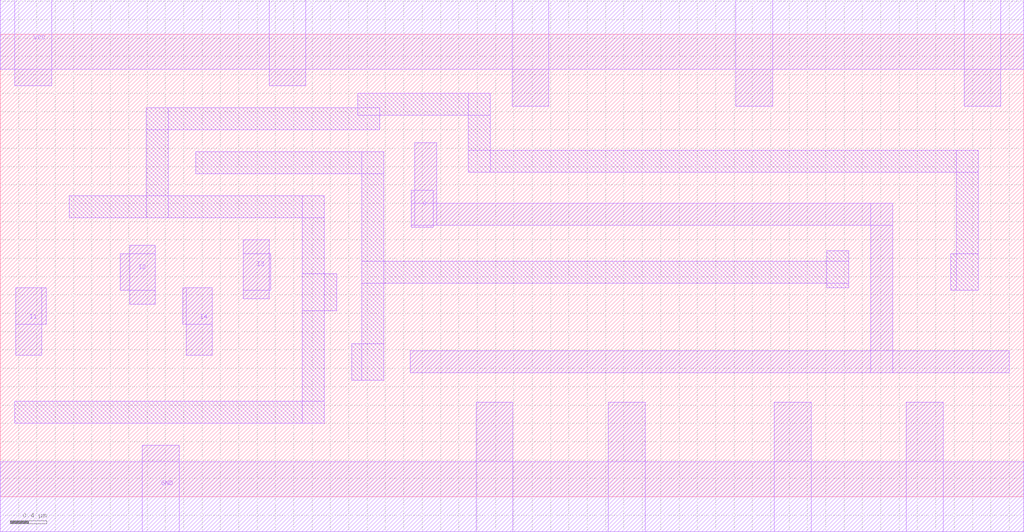
<source format=lef>
NAMESCASESENSITIVE ON ;
MACRO AN2
    CLASS CORE ;
    FOREIGN AN2 0.000 0.000 ;
    ORIGIN 0.000 0.000 ;
    SIZE 2.480 BY 5.040 ;
    SYMMETRY x y   ;
    SITE core_5040 ;
    PIN O
        DIRECTION OUTPUT ;
        PORT
        LAYER metal1 ;
        RECT  2.000 2.790 2.310 3.190 ;
        RECT  2.030 1.180 2.310 3.300 ;
        RECT  2.000 1.380 2.310 1.780 ;
        END
    END O
    PIN I2
        DIRECTION INPUT ;
        PORT
        LAYER metal1 ;
        RECT  0.790 2.250 1.110 2.650 ;
        RECT  0.790 2.100 1.070 2.740 ;
        END
    END I2
    PIN I1
        DIRECTION INPUT ;
        PORT
        LAYER metal1 ;
        RECT  0.170 1.650 0.550 2.180 ;
        END
    END I1
    PIN GND
        DIRECTION INOUT ;
        USE ground ;
        SHAPE ABUTMENT ;
        PORT
        CLASS CORE ;
        LAYER metal1 ;
        RECT  0.000 -0.380 2.480 0.380 ;
        RECT  1.340 -0.380 1.740 0.560 ;
        END
    END GND
    PIN VCC
        DIRECTION INOUT ;
        USE power ;
        SHAPE ABUTMENT ;
        PORT
        CLASS CORE ;
        LAYER metal1 ;
        RECT  1.410 4.090 1.810 5.420 ;
        RECT  0.000 4.660 2.480 5.420 ;
        RECT  0.470 4.130 0.870 5.420 ;
        END
    END VCC
    OBS
        LAYER metal1 ;
        RECT  0.470 3.410 1.760 3.650 ;
        RECT  1.520 1.080 1.760 3.650 ;
        RECT  1.520 2.250 1.790 2.650 ;
        RECT  0.160 1.080 1.760 1.320 ;
    END
END AN2

MACRO AN2B1
    CLASS CORE ;
    FOREIGN AN2B1 0.000 0.000 ;
    ORIGIN 0.000 0.000 ;
    SIZE 4.340 BY 5.040 ;
    SYMMETRY x y   ;
    SITE core_5040 ;
    PIN O
        DIRECTION OUTPUT ;
        PORT
        LAYER metal1 ;
        RECT  2.340 3.100 2.930 3.340 ;
        RECT  1.600 1.180 3.460 1.420 ;
        RECT  2.650 1.180 2.930 3.340 ;
        END
    END O
    PIN I1
        DIRECTION INPUT ;
        PORT
        LAYER metal1 ;
        RECT  0.790 2.300 1.070 2.940 ;
        RECT  0.720 2.300 1.070 2.700 ;
        END
    END I1
    PIN B1
        DIRECTION INPUT ;
        PORT
        LAYER metal1 ;
        RECT  1.670 2.480 1.950 3.920 ;
        RECT  3.690 2.370 4.170 2.770 ;
        RECT  3.890 2.300 4.170 3.920 ;
        RECT  1.670 3.640 4.170 3.920 ;
        RECT  1.490 2.480 1.950 2.880 ;
        END
    END B1
    PIN GND
        DIRECTION INOUT ;
        USE ground ;
        SHAPE ABUTMENT ;
        PORT
        CLASS CORE ;
        LAYER metal1 ;
        RECT  2.330 -0.380 2.730 0.820 ;
        RECT  3.780 -0.380 4.180 1.290 ;
        RECT  0.000 -0.380 4.340 0.380 ;
        RECT  0.880 -0.380 1.280 1.420 ;
        END
    END GND
    PIN VCC
        DIRECTION INOUT ;
        USE power ;
        SHAPE ABUTMENT ;
        PORT
        CLASS CORE ;
        LAYER metal1 ;
        RECT  3.780 4.160 4.180 5.420 ;
        RECT  0.000 4.660 4.340 5.420 ;
        RECT  0.880 3.910 1.280 5.420 ;
        END
    END VCC
    OBS
        LAYER metal1 ;
        RECT  1.620 4.160 3.460 4.400 ;
        RECT  0.190 3.670 0.480 4.070 ;
        RECT  0.190 1.100 0.430 4.070 ;
        RECT  2.170 1.810 2.410 2.210 ;
        RECT  0.190 1.810 2.410 2.050 ;
        RECT  0.190 1.100 0.480 1.500 ;
    END
END AN2B1

MACRO AN2B1P
    CLASS CORE ;
    FOREIGN AN2B1P 0.000 0.000 ;
    ORIGIN 0.000 0.000 ;
    SIZE 4.960 BY 5.040 ;
    SYMMETRY x y   ;
    SITE core_5040 ;
    PIN O
        DIRECTION OUTPUT ;
        PORT
        LAYER metal1 ;
        RECT  3.760 2.900 4.170 3.300 ;
        RECT  3.150 1.530 4.800 1.810 ;
        RECT  3.890 1.530 4.170 3.300 ;
        END
    END O
    PIN I1
        DIRECTION INPUT ;
        PORT
        LAYER metal1 ;
        RECT  1.410 2.100 1.690 2.740 ;
        RECT  1.350 2.100 1.690 2.500 ;
        END
    END I1
    PIN B1
        DIRECTION INPUT ;
        PORT
        LAYER metal1 ;
        RECT  0.790 2.660 1.070 3.300 ;
        RECT  0.670 2.660 1.070 3.060 ;
        END
    END B1
    PIN GND
        DIRECTION INOUT ;
        USE ground ;
        SHAPE ABUTMENT ;
        PORT
        CLASS CORE ;
        LAYER metal1 ;
        RECT  3.780 -0.380 4.180 1.020 ;
        RECT  0.000 -0.380 4.960 0.380 ;
        RECT  1.020 -0.380 1.420 1.130 ;
        END
    END GND
    PIN VCC
        DIRECTION INOUT ;
        USE power ;
        SHAPE ABUTMENT ;
        PORT
        CLASS CORE ;
        LAYER metal1 ;
        RECT  2.660 4.480 3.060 5.420 ;
        RECT  4.400 4.180 4.800 5.420 ;
        RECT  0.000 4.660 4.960 5.420 ;
        RECT  1.020 3.910 1.420 5.420 ;
        END
    END VCC
    OBS
        LAYER metal1 ;
        RECT  1.850 3.910 2.910 4.150 ;
        RECT  2.670 0.810 2.910 4.150 ;
        RECT  2.670 2.130 3.650 2.530 ;
        RECT  2.510 0.810 2.910 1.210 ;
        RECT  0.190 3.670 0.480 4.070 ;
        RECT  0.190 0.810 0.430 4.070 ;
        RECT  1.930 1.370 2.330 1.690 ;
        RECT  0.190 1.370 2.330 1.610 ;
        RECT  0.190 0.810 0.480 1.610 ;
    END
END AN2B1P

MACRO AN2B1S
    CLASS CORE ;
    FOREIGN AN2B1S 0.000 0.000 ;
    ORIGIN 0.000 0.000 ;
    SIZE 3.100 BY 5.040 ;
    SYMMETRY x y   ;
    SITE core_5040 ;
    PIN O
        DIRECTION OUTPUT ;
        PORT
        LAYER metal1 ;
        RECT  2.030 1.070 2.310 2.100 ;
        RECT  2.030 1.820 2.930 2.100 ;
        RECT  2.650 1.820 2.930 3.420 ;
        RECT  2.620 3.020 2.930 3.420 ;
        RECT  1.860 1.070 2.310 1.470 ;
        END
    END O
    PIN I1
        DIRECTION INPUT ;
        PORT
        LAYER metal1 ;
        RECT  0.790 1.610 1.070 2.250 ;
        RECT  0.720 1.610 1.070 2.010 ;
        END
    END I1
    PIN B1
        DIRECTION INPUT ;
        PORT
        LAYER metal1 ;
        RECT  1.410 2.320 1.700 2.720 ;
        RECT  1.410 2.300 1.690 2.940 ;
        END
    END B1
    PIN GND
        DIRECTION INOUT ;
        USE ground ;
        SHAPE ABUTMENT ;
        PORT
        CLASS CORE ;
        LAYER metal1 ;
        RECT  2.550 -0.380 2.940 1.210 ;
        RECT  0.000 -0.380 3.100 0.380 ;
        RECT  1.020 -0.380 1.420 1.230 ;
        END
    END GND
    PIN VCC
        DIRECTION INOUT ;
        USE power ;
        SHAPE ABUTMENT ;
        PORT
        CLASS CORE ;
        LAYER metal1 ;
        RECT  0.000 4.660 3.100 5.420 ;
        RECT  1.010 4.480 1.410 5.420 ;
        END
    END VCC
    OBS
        LAYER metal1 ;
        RECT  0.190 4.000 2.380 4.240 ;
        RECT  2.140 2.480 2.380 4.240 ;
        RECT  0.190 3.830 0.480 4.240 ;
        RECT  0.190 1.070 0.430 4.240 ;
        RECT  2.140 2.480 2.410 2.880 ;
        RECT  0.190 1.070 0.480 1.470 ;
    END
END AN2B1S

MACRO AN2B1T
    CLASS CORE ;
    FOREIGN AN2B1T 0.000 0.000 ;
    ORIGIN 0.000 0.000 ;
    SIZE 5.580 BY 5.040 ;
    SYMMETRY x y   ;
    SITE core_5040 ;
    PIN O
        DIRECTION OUTPUT ;
        PORT
        LAYER metal1 ;
        RECT  3.750 1.490 5.310 3.280 ;
        RECT  3.610 2.880 5.310 3.280 ;
        RECT  3.610 1.490 5.310 1.890 ;
        END
    END O
    PIN I1
        DIRECTION INPUT ;
        PORT
        LAYER metal1 ;
        RECT  2.030 2.200 2.630 2.600 ;
        RECT  2.030 2.200 2.310 2.840 ;
        END
    END I1
    PIN B1
        DIRECTION INPUT ;
        PORT
        LAYER metal1 ;
        RECT  0.790 2.450 1.070 3.400 ;
        RECT  0.740 2.450 1.070 2.850 ;
        END
    END B1
    PIN GND
        DIRECTION INOUT ;
        USE ground ;
        SHAPE ABUTMENT ;
        PORT
        CLASS CORE ;
        LAYER metal1 ;
        RECT  2.740 -0.380 3.140 0.560 ;
        RECT  4.260 -0.380 4.660 1.120 ;
        RECT  0.000 -0.380 5.580 0.380 ;
        RECT  0.380 -0.380 0.780 0.560 ;
        END
    END GND
    PIN VCC
        DIRECTION INOUT ;
        USE power ;
        SHAPE ABUTMENT ;
        PORT
        CLASS CORE ;
        LAYER metal1 ;
        RECT  2.910 4.260 3.310 5.420 ;
        RECT  4.260 4.180 4.660 5.420 ;
        RECT  0.000 4.660 5.580 5.420 ;
        RECT  1.400 3.750 1.800 5.420 ;
        END
    END VCC
    OBS
        LAYER metal1 ;
        RECT  2.120 3.780 3.370 4.020 ;
        RECT  3.130 0.890 3.370 4.020 ;
        RECT  3.130 2.170 3.510 2.570 ;
        RECT  1.400 0.890 3.370 1.130 ;
        RECT  0.240 1.370 0.480 3.390 ;
        RECT  1.430 1.370 1.670 2.310 ;
        RECT  0.240 1.370 1.670 1.610 ;
    END
END AN2B1T

MACRO AN2P
    CLASS CORE ;
    FOREIGN AN2P 0.000 0.000 ;
    ORIGIN 0.000 0.000 ;
    SIZE 3.720 BY 5.040 ;
    SYMMETRY x y   ;
    SITE core_5040 ;
    PIN O
        DIRECTION OUTPUT ;
        PORT
        LAYER metal1 ;
        RECT  2.520 2.790 2.930 3.190 ;
        RECT  2.650 1.180 2.930 3.300 ;
        RECT  2.520 1.320 2.930 1.720 ;
        END
    END O
    PIN I2
        DIRECTION INPUT ;
        PORT
        LAYER metal1 ;
        RECT  1.410 2.100 1.690 2.740 ;
        RECT  1.360 2.250 1.690 2.650 ;
        END
    END I2
    PIN I1
        DIRECTION INPUT ;
        PORT
        LAYER metal1 ;
        RECT  0.170 1.540 0.530 1.940 ;
        RECT  0.170 1.540 0.450 2.180 ;
        END
    END I1
    PIN GND
        DIRECTION INOUT ;
        USE ground ;
        SHAPE ABUTMENT ;
        PORT
        CLASS CORE ;
        LAYER metal1 ;
        RECT  3.160 -0.380 3.560 0.780 ;
        RECT  0.000 -0.380 3.720 0.380 ;
        RECT  1.670 -0.380 2.070 0.780 ;
        END
    END GND
    PIN VCC
        DIRECTION INOUT ;
        USE power ;
        SHAPE ABUTMENT ;
        PORT
        CLASS CORE ;
        LAYER metal1 ;
        RECT  1.670 4.260 2.070 5.420 ;
        RECT  3.160 4.260 3.560 5.420 ;
        RECT  0.000 4.660 3.720 5.420 ;
        RECT  0.160 3.780 0.560 5.420 ;
        END
    END VCC
    OBS
        LAYER metal1 ;
        RECT  0.880 3.780 2.280 4.020 ;
        RECT  2.040 1.020 2.280 4.020 ;
        RECT  0.160 1.020 2.280 1.260 ;
    END
END AN2P

MACRO AN2S
    CLASS CORE ;
    FOREIGN AN2S 0.000 0.000 ;
    ORIGIN 0.000 0.000 ;
    SIZE 2.480 BY 5.040 ;
    SYMMETRY x y   ;
    SITE core_5040 ;
    PIN O
        DIRECTION OUTPUT ;
        PORT
        LAYER metal1 ;
        RECT  2.030 1.300 2.310 3.400 ;
        RECT  2.000 3.000 2.310 3.400 ;
        RECT  2.000 1.300 2.310 1.700 ;
        END
    END O
    PIN I2
        DIRECTION INPUT ;
        PORT
        LAYER metal1 ;
        RECT  0.790 2.540 1.070 3.300 ;
        END
    END I2
    PIN I1
        DIRECTION INPUT ;
        PORT
        LAYER metal1 ;
        RECT  0.170 1.840 0.490 2.240 ;
        RECT  0.170 1.740 0.450 2.380 ;
        END
    END I1
    PIN GND
        DIRECTION INOUT ;
        USE ground ;
        SHAPE ABUTMENT ;
        PORT
        CLASS CORE ;
        LAYER metal1 ;
        RECT  0.000 -0.380 2.480 0.380 ;
        RECT  0.900 -0.380 1.300 0.560 ;
        END
    END GND
    PIN VCC
        DIRECTION INOUT ;
        USE power ;
        SHAPE ABUTMENT ;
        PORT
        CLASS CORE ;
        LAYER metal1 ;
        RECT  1.780 4.100 2.180 5.420 ;
        RECT  0.000 4.660 2.480 5.420 ;
        RECT  0.450 4.480 0.850 5.420 ;
        END
    END VCC
    OBS
        LAYER metal1 ;
        RECT  0.450 3.540 1.760 3.780 ;
        RECT  1.520 0.800 1.760 3.780 ;
        RECT  1.520 2.140 1.770 2.540 ;
        RECT  0.320 0.800 1.760 1.040 ;
        RECT  0.160 0.620 0.560 0.860 ;
    END
END AN2S

MACRO AN2T
    CLASS CORE ;
    FOREIGN AN2T 0.000 0.000 ;
    ORIGIN 0.000 0.000 ;
    SIZE 4.340 BY 5.040 ;
    SYMMETRY x y   ;
    SITE core_5040 ;
    PIN O
        DIRECTION OUTPUT ;
        PORT
        LAYER metal1 ;
        RECT  2.510 1.490 4.070 3.280 ;
        RECT  2.480 2.880 4.070 3.280 ;
        RECT  2.480 1.490 4.070 1.890 ;
        END
    END O
    PIN I2
        DIRECTION INPUT ;
        PORT
        LAYER metal1 ;
        RECT  1.410 2.530 1.690 3.300 ;
        RECT  1.190 2.530 1.690 2.930 ;
        END
    END I2
    PIN I1
        DIRECTION INPUT ;
        PORT
        LAYER metal1 ;
        RECT  0.170 2.100 0.530 2.500 ;
        RECT  0.170 1.740 0.450 2.500 ;
        END
    END I1
    PIN GND
        DIRECTION INOUT ;
        USE ground ;
        SHAPE ABUTMENT ;
        PORT
        CLASS CORE ;
        LAYER metal1 ;
        RECT  3.020 -0.380 3.420 1.120 ;
        RECT  0.000 -0.380 4.340 0.380 ;
        RECT  1.540 -0.380 1.940 0.560 ;
        END
    END GND
    PIN VCC
        DIRECTION INOUT ;
        USE power ;
        SHAPE ABUTMENT ;
        PORT
        CLASS CORE ;
        LAYER metal1 ;
        RECT  1.670 4.260 2.070 5.420 ;
        RECT  3.020 4.180 3.420 5.420 ;
        RECT  0.000 4.660 4.340 5.420 ;
        RECT  0.160 3.910 0.560 5.420 ;
        END
    END VCC
    OBS
        LAYER metal1 ;
        RECT  0.880 3.780 2.240 4.020 ;
        RECT  2.000 0.890 2.240 4.020 ;
        RECT  2.000 2.170 2.270 2.570 ;
        RECT  0.160 0.890 2.240 1.130 ;
    END
END AN2T

MACRO AN3
    CLASS CORE ;
    FOREIGN AN3 0.000 0.000 ;
    ORIGIN 0.000 0.000 ;
    SIZE 3.720 BY 5.040 ;
    SYMMETRY x y   ;
    SITE core_5040 ;
    PIN O
        DIRECTION OUTPUT ;
        PORT
        LAYER metal1 ;
        RECT  3.240 2.790 3.550 3.190 ;
        RECT  3.270 1.180 3.550 3.300 ;
        RECT  3.240 1.490 3.550 1.890 ;
        END
    END O
    PIN I2
        DIRECTION INPUT ;
        PORT
        LAYER metal1 ;
        RECT  1.410 1.540 1.690 2.180 ;
        END
    END I2
    PIN I1
        DIRECTION INPUT ;
        PORT
        LAYER metal1 ;
        RECT  0.170 2.300 0.530 2.700 ;
        RECT  0.170 2.300 0.450 2.940 ;
        END
    END I1
    PIN I3
        DIRECTION INPUT ;
        PORT
        LAYER metal1 ;
        RECT  2.030 2.300 2.310 2.940 ;
        END
    END I3
    PIN GND
        DIRECTION INOUT ;
        USE ground ;
        SHAPE ABUTMENT ;
        PORT
        CLASS CORE ;
        LAYER metal1 ;
        RECT  0.000 -0.380 3.720 0.380 ;
        RECT  2.370 -0.380 2.770 0.560 ;
        END
    END GND
    PIN VCC
        DIRECTION INOUT ;
        USE power ;
        SHAPE ABUTMENT ;
        PORT
        CLASS CORE ;
        LAYER metal1 ;
        RECT  2.190 4.480 2.590 5.420 ;
        RECT  0.000 4.660 3.720 5.420 ;
        RECT  0.920 4.130 1.320 5.420 ;
        END
    END VCC
    OBS
        LAYER metal1 ;
        RECT  0.160 3.370 2.910 3.610 ;
        RECT  2.670 0.900 2.910 3.610 ;
        RECT  2.670 2.140 3.030 2.540 ;
        RECT  0.160 0.900 2.910 1.140 ;
        RECT  0.160 0.890 0.560 1.140 ;
    END
END AN3

MACRO AN3B1
    CLASS CORE ;
    FOREIGN AN3B1 0.000 0.000 ;
    ORIGIN 0.000 0.000 ;
    SIZE 4.960 BY 5.040 ;
    SYMMETRY x y   ;
    SITE core_5040 ;
    PIN O
        DIRECTION OUTPUT ;
        PORT
        LAYER metal1 ;
        RECT  4.480 2.790 4.790 3.190 ;
        RECT  4.510 1.180 4.790 3.300 ;
        RECT  4.480 1.490 4.790 1.890 ;
        END
    END O
    PIN I2
        DIRECTION INPUT ;
        PORT
        LAYER metal1 ;
        RECT  1.410 1.640 1.690 2.280 ;
        END
    END I2
    PIN I1
        DIRECTION INPUT ;
        PORT
        LAYER metal1 ;
        RECT  2.030 2.840 2.310 3.480 ;
        END
    END I1
    PIN B1
        DIRECTION INPUT ;
        PORT
        LAYER metal1 ;
        RECT  0.790 2.840 1.070 3.480 ;
        RECT  0.670 2.840 1.070 3.240 ;
        END
    END B1
    PIN GND
        DIRECTION INOUT ;
        USE ground ;
        SHAPE ABUTMENT ;
        PORT
        CLASS CORE ;
        LAYER metal1 ;
        RECT  3.610 -0.380 4.010 0.560 ;
        RECT  0.000 -0.380 4.960 0.380 ;
        RECT  0.820 -0.380 1.220 0.560 ;
        END
    END GND
    PIN VCC
        DIRECTION INOUT ;
        USE power ;
        SHAPE ABUTMENT ;
        PORT
        CLASS CORE ;
        LAYER metal1 ;
        RECT  2.130 4.480 2.530 5.420 ;
        RECT  3.680 4.260 4.080 5.420 ;
        RECT  0.000 4.660 4.960 5.420 ;
        RECT  0.950 4.480 1.350 5.420 ;
        END
    END VCC
    OBS
        LAYER metal1 ;
        RECT  1.540 3.720 4.150 3.960 ;
        RECT  3.910 1.020 4.150 3.960 ;
        RECT  3.030 1.020 4.150 1.260 ;
        RECT  3.030 0.860 3.270 1.260 ;
        RECT  0.190 3.570 0.480 3.970 ;
        RECT  0.190 0.940 0.430 3.970 ;
        RECT  2.550 1.500 3.030 1.740 ;
        RECT  2.550 0.940 2.790 1.740 ;
        RECT  0.160 0.940 2.790 1.180 ;
    END
END AN3B1

MACRO AN3B1P
    CLASS CORE ;
    FOREIGN AN3B1P 0.000 0.000 ;
    ORIGIN 0.000 0.000 ;
    SIZE 5.580 BY 5.040 ;
    SYMMETRY x y   ;
    SITE core_5040 ;
    PIN O
        DIRECTION OUTPUT ;
        PORT
        LAYER metal1 ;
        RECT  4.450 2.790 4.790 3.190 ;
        RECT  4.510 1.180 4.790 3.300 ;
        RECT  4.450 1.320 4.790 1.720 ;
        END
    END O
    PIN I2
        DIRECTION INPUT ;
        PORT
        LAYER metal1 ;
        RECT  1.410 1.640 1.690 2.280 ;
        END
    END I2
    PIN I1
        DIRECTION INPUT ;
        PORT
        LAYER metal1 ;
        RECT  2.030 2.820 2.310 3.460 ;
        END
    END I1
    PIN B1
        DIRECTION INPUT ;
        PORT
        LAYER metal1 ;
        RECT  0.790 2.820 1.070 3.460 ;
        RECT  0.670 2.820 1.070 3.220 ;
        END
    END B1
    PIN GND
        DIRECTION INOUT ;
        USE ground ;
        SHAPE ABUTMENT ;
        PORT
        CLASS CORE ;
        LAYER metal1 ;
        RECT  3.710 -0.380 4.110 0.860 ;
        RECT  5.020 -0.380 5.420 0.860 ;
        RECT  0.000 -0.380 5.580 0.380 ;
        RECT  0.820 -0.380 1.220 0.560 ;
        END
    END GND
    PIN VCC
        DIRECTION INOUT ;
        USE power ;
        SHAPE ABUTMENT ;
        PORT
        CLASS CORE ;
        LAYER metal1 ;
        RECT  2.200 4.480 2.600 5.420 ;
        RECT  3.710 4.180 4.110 5.420 ;
        RECT  5.020 4.180 5.420 5.420 ;
        RECT  0.000 4.660 5.580 5.420 ;
        RECT  1.020 4.480 1.420 5.420 ;
        END
    END VCC
    OBS
        LAYER metal1 ;
        RECT  1.610 3.700 4.150 3.940 ;
        RECT  3.910 1.100 4.150 3.940 ;
        RECT  3.070 1.100 4.150 1.340 ;
        RECT  3.070 0.940 3.310 1.340 ;
        RECT  0.190 3.580 0.480 3.980 ;
        RECT  0.190 1.020 0.430 3.980 ;
        RECT  2.590 1.580 3.340 1.820 ;
        RECT  2.590 1.020 2.830 1.820 ;
        RECT  0.160 1.020 2.830 1.260 ;
    END
END AN3B1P

MACRO AN3B1S
    CLASS CORE ;
    FOREIGN AN3B1S 0.000 0.000 ;
    ORIGIN 0.000 0.000 ;
    SIZE 4.960 BY 5.040 ;
    SYMMETRY x y   ;
    SITE core_5040 ;
    PIN O
        DIRECTION OUTPUT ;
        PORT
        LAYER metal1 ;
        RECT  4.510 1.060 4.790 3.710 ;
        RECT  4.480 3.310 4.790 3.710 ;
        RECT  4.480 1.060 4.790 1.460 ;
        END
    END O
    PIN I2
        DIRECTION INPUT ;
        PORT
        LAYER metal1 ;
        RECT  1.410 1.540 1.690 2.180 ;
        END
    END I2
    PIN I1
        DIRECTION INPUT ;
        PORT
        LAYER metal1 ;
        RECT  2.030 2.300 2.310 2.940 ;
        END
    END I1
    PIN B1
        DIRECTION INPUT ;
        PORT
        LAYER metal1 ;
        RECT  0.670 2.540 1.070 2.940 ;
        RECT  0.790 2.300 1.070 2.940 ;
        END
    END B1
    PIN GND
        DIRECTION INOUT ;
        USE ground ;
        SHAPE ABUTMENT ;
        PORT
        CLASS CORE ;
        LAYER metal1 ;
        RECT  3.790 -0.380 4.190 0.560 ;
        RECT  0.000 -0.380 4.960 0.380 ;
        RECT  0.820 -0.380 1.220 0.560 ;
        END
    END GND
    PIN VCC
        DIRECTION INOUT ;
        USE power ;
        SHAPE ABUTMENT ;
        PORT
        CLASS CORE ;
        LAYER metal1 ;
        RECT  1.610 4.480 2.010 5.420 ;
        RECT  2.270 4.480 2.670 5.420 ;
        RECT  3.610 4.480 4.010 5.420 ;
        RECT  0.000 4.660 4.960 5.420 ;
        RECT  0.950 4.480 1.350 5.420 ;
        END
    END VCC
    OBS
        LAYER metal1 ;
        RECT  1.540 3.330 4.150 3.570 ;
        RECT  3.910 1.020 4.150 3.570 ;
        RECT  3.150 1.020 4.150 1.260 ;
        RECT  3.150 0.860 3.390 1.260 ;
        RECT  0.190 3.250 0.480 3.650 ;
        RECT  0.190 0.800 0.430 3.650 ;
        RECT  2.670 1.500 3.070 1.740 ;
        RECT  2.670 0.800 2.910 1.740 ;
        RECT  0.160 0.940 0.560 1.180 ;
        RECT  0.190 0.800 2.910 1.040 ;
    END
END AN3B1S

MACRO AN3B1T
    CLASS CORE ;
    FOREIGN AN3B1T 0.000 0.000 ;
    ORIGIN 0.000 0.000 ;
    SIZE 6.200 BY 5.040 ;
    SYMMETRY x y   ;
    SITE core_5040 ;
    PIN O
        DIRECTION OUTPUT ;
        PORT
        LAYER metal1 ;
        RECT  4.350 2.870 4.590 3.270 ;
        RECT  5.130 1.400 5.410 3.110 ;
        RECT  4.350 1.400 6.040 1.640 ;
        RECT  4.350 2.870 6.040 3.110 ;
        RECT  4.350 1.240 4.590 1.640 ;
        END
    END O
    PIN I2
        DIRECTION INPUT ;
        PORT
        LAYER metal1 ;
        RECT  1.410 1.880 1.690 2.750 ;
        RECT  1.350 1.880 1.690 2.280 ;
        END
    END I2
    PIN I1
        DIRECTION INPUT ;
        PORT
        LAYER metal1 ;
        RECT  2.030 2.220 2.310 2.860 ;
        END
    END I1
    PIN B1
        DIRECTION INPUT ;
        PORT
        LAYER metal1 ;
        RECT  0.790 2.220 1.070 2.860 ;
        RECT  0.670 2.220 1.070 2.620 ;
        END
    END B1
    PIN GND
        DIRECTION INOUT ;
        USE ground ;
        SHAPE ABUTMENT ;
        PORT
        CLASS CORE ;
        LAYER metal1 ;
        RECT  3.640 -0.380 4.040 0.860 ;
        RECT  5.020 -0.380 5.420 0.860 ;
        RECT  0.000 -0.380 6.200 0.380 ;
        RECT  0.750 -0.380 1.150 0.560 ;
        END
    END GND
    PIN VCC
        DIRECTION INOUT ;
        USE power ;
        SHAPE ABUTMENT ;
        PORT
        CLASS CORE ;
        LAYER metal1 ;
        RECT  2.130 4.480 2.530 5.420 ;
        RECT  3.640 4.180 4.040 5.420 ;
        RECT  5.020 4.180 5.420 5.420 ;
        RECT  0.000 4.660 6.200 5.420 ;
        RECT  0.750 4.480 1.150 5.420 ;
        END
    END VCC
    OBS
        LAYER metal1 ;
        RECT  1.540 3.440 4.080 3.680 ;
        RECT  3.840 1.100 4.080 3.680 ;
        RECT  3.000 1.100 4.080 1.340 ;
        RECT  3.000 0.940 3.240 1.340 ;
        RECT  0.190 3.020 0.480 3.420 ;
        RECT  0.190 1.220 0.430 3.420 ;
        RECT  2.500 1.820 3.090 2.060 ;
        RECT  2.500 1.220 2.740 2.060 ;
        RECT  0.160 1.280 0.560 1.520 ;
        RECT  0.190 1.220 2.740 1.460 ;
    END
END AN3B1T

MACRO AN3B2
    CLASS CORE ;
    FOREIGN AN3B2 0.000 0.000 ;
    ORIGIN 0.000 0.000 ;
    SIZE 5.580 BY 5.040 ;
    SYMMETRY x y   ;
    SITE core_5040 ;
    PIN O
        DIRECTION OUTPUT ;
        PORT
        LAYER metal1 ;
        RECT  5.100 2.790 5.410 3.190 ;
        RECT  5.130 1.180 5.410 3.300 ;
        RECT  5.100 1.490 5.410 1.890 ;
        END
    END O
    PIN I1
        DIRECTION INPUT ;
        PORT
        LAYER metal1 ;
        RECT  1.220 1.540 1.690 1.940 ;
        RECT  1.410 0.960 1.690 1.940 ;
        END
    END I1
    PIN B2
        DIRECTION INPUT ;
        PORT
        LAYER metal1 ;
        RECT  0.790 2.760 1.070 3.400 ;
        RECT  0.710 2.760 1.070 3.160 ;
        END
    END B2
    PIN B1
        DIRECTION INPUT ;
        PORT
        LAYER metal1 ;
        RECT  3.890 2.100 4.170 2.740 ;
        END
    END B1
    PIN GND
        DIRECTION INOUT ;
        USE ground ;
        SHAPE ABUTMENT ;
        PORT
        CLASS CORE ;
        LAYER metal1 ;
        RECT  4.130 -0.380 4.530 0.560 ;
        RECT  0.000 -0.380 5.580 0.380 ;
        RECT  0.820 -0.380 1.220 0.560 ;
        END
    END GND
    PIN VCC
        DIRECTION INOUT ;
        USE power ;
        SHAPE ABUTMENT ;
        PORT
        CLASS CORE ;
        LAYER metal1 ;
        RECT  2.230 4.480 2.630 5.420 ;
        RECT  4.250 4.480 4.650 5.420 ;
        RECT  0.000 4.660 5.580 5.420 ;
        RECT  0.750 4.480 1.150 5.420 ;
        END
    END VCC
    OBS
        LAYER metal1 ;
        RECT  1.620 4.000 4.770 4.240 ;
        RECT  4.530 0.800 4.770 4.240 ;
        RECT  3.000 3.640 3.240 4.240 ;
        RECT  1.620 3.640 1.860 4.240 ;
        RECT  4.530 2.140 4.870 2.540 ;
        RECT  2.650 0.800 4.770 1.040 ;
        RECT  3.050 1.490 3.290 3.190 ;
        RECT  2.950 2.030 3.290 2.430 ;
        RECT  3.050 1.490 3.340 1.890 ;
        RECT  0.190 3.580 0.480 3.980 ;
        RECT  0.190 0.860 0.430 3.980 ;
        RECT  0.190 2.280 2.130 2.520 ;
        RECT  0.190 0.860 0.480 1.260 ;
    END
END AN3B2

MACRO AN3B2P
    CLASS CORE ;
    FOREIGN AN3B2P 0.000 0.000 ;
    ORIGIN 0.000 0.000 ;
    SIZE 6.200 BY 5.040 ;
    SYMMETRY x y   ;
    SITE core_5040 ;
    PIN O
        DIRECTION OUTPUT ;
        PORT
        LAYER metal1 ;
        RECT  5.100 2.790 5.410 3.190 ;
        RECT  5.130 1.180 5.410 3.300 ;
        RECT  5.100 1.490 5.410 1.890 ;
        END
    END O
    PIN I1
        DIRECTION INPUT ;
        PORT
        LAYER metal1 ;
        RECT  1.310 1.540 1.690 1.940 ;
        RECT  1.410 1.180 1.690 1.940 ;
        END
    END I1
    PIN B2
        DIRECTION INPUT ;
        PORT
        LAYER metal1 ;
        RECT  0.790 2.760 1.070 3.400 ;
        RECT  0.710 2.760 1.070 3.160 ;
        END
    END B2
    PIN B1
        DIRECTION INPUT ;
        PORT
        LAYER metal1 ;
        RECT  3.890 2.100 4.170 2.740 ;
        END
    END B1
    PIN GND
        DIRECTION INOUT ;
        USE ground ;
        SHAPE ABUTMENT ;
        PORT
        CLASS CORE ;
        LAYER metal1 ;
        RECT  4.130 -0.380 4.530 0.560 ;
        RECT  5.640 -0.380 6.040 1.070 ;
        RECT  0.000 -0.380 6.200 0.380 ;
        RECT  0.820 -0.380 1.220 0.560 ;
        END
    END GND
    PIN VCC
        DIRECTION INOUT ;
        USE power ;
        SHAPE ABUTMENT ;
        PORT
        CLASS CORE ;
        LAYER metal1 ;
        RECT  2.330 4.480 2.730 5.420 ;
        RECT  4.400 4.220 4.800 5.420 ;
        RECT  5.640 4.220 6.040 5.420 ;
        RECT  0.000 4.660 6.200 5.420 ;
        RECT  0.750 4.480 1.150 5.420 ;
        END
    END VCC
    OBS
        LAYER metal1 ;
        RECT  1.540 3.660 4.770 3.900 ;
        RECT  4.530 0.800 4.770 3.900 ;
        RECT  4.530 2.140 4.870 2.540 ;
        RECT  2.670 0.800 4.770 1.040 ;
        RECT  3.290 1.490 3.530 3.190 ;
        RECT  3.050 2.100 3.530 2.500 ;
        RECT  0.190 3.580 0.480 3.980 ;
        RECT  0.190 0.930 0.430 3.980 ;
        RECT  0.190 2.280 2.310 2.520 ;
        RECT  0.190 0.930 0.480 1.330 ;
    END
END AN3B2P

MACRO AN3B2S
    CLASS CORE ;
    FOREIGN AN3B2S 0.000 0.000 ;
    ORIGIN 0.000 0.000 ;
    SIZE 3.720 BY 5.040 ;
    SYMMETRY x y   ;
    SITE core_5040 ;
    PIN O
        DIRECTION OUTPUT ;
        PORT
        LAYER metal1 ;
        RECT  3.270 1.120 3.550 3.300 ;
        RECT  3.240 2.900 3.550 3.300 ;
        RECT  1.600 1.140 3.560 1.380 ;
        RECT  1.600 1.120 3.550 1.400 ;
        END
    END O
    PIN I1
        DIRECTION INPUT ;
        PORT
        LAYER metal1 ;
        RECT  0.790 1.690 1.070 2.330 ;
        RECT  0.720 1.690 1.070 2.090 ;
        END
    END I1
    PIN B2
        DIRECTION INPUT ;
        PORT
        LAYER metal1 ;
        RECT  1.410 2.100 1.690 2.740 ;
        END
    END B2
    PIN B1
        DIRECTION INPUT ;
        PORT
        LAYER metal1 ;
        RECT  2.030 1.690 2.350 2.090 ;
        RECT  2.030 1.690 2.310 2.330 ;
        END
    END B1
    PIN GND
        DIRECTION INOUT ;
        USE ground ;
        SHAPE ABUTMENT ;
        PORT
        CLASS CORE ;
        LAYER metal1 ;
        RECT  2.370 -0.380 2.770 0.560 ;
        RECT  0.000 -0.380 3.720 0.380 ;
        RECT  0.880 -0.380 1.280 1.380 ;
        END
    END GND
    PIN VCC
        DIRECTION INOUT ;
        USE power ;
        SHAPE ABUTMENT ;
        PORT
        CLASS CORE ;
        LAYER metal1 ;
        RECT  0.000 4.660 3.720 5.420 ;
        RECT  1.040 4.260 1.440 5.420 ;
        END
    END VCC
    OBS
        LAYER metal1 ;
        RECT  0.190 3.780 3.000 4.020 ;
        RECT  2.760 2.250 3.000 4.020 ;
        RECT  0.190 3.620 0.480 4.020 ;
        RECT  0.190 1.060 0.430 4.020 ;
        RECT  2.760 2.250 3.030 2.650 ;
        RECT  0.190 1.060 0.480 1.460 ;
    END
END AN3B2S

MACRO AN3B2T
    CLASS CORE ;
    FOREIGN AN3B2T 0.000 0.000 ;
    ORIGIN 0.000 0.000 ;
    SIZE 6.820 BY 5.040 ;
    SYMMETRY x y   ;
    SITE core_5040 ;
    PIN O
        DIRECTION OUTPUT ;
        PORT
        LAYER metal1 ;
        RECT  5.100 2.870 5.340 3.270 ;
        RECT  5.750 1.570 6.030 3.110 ;
        RECT  5.100 1.570 6.660 1.810 ;
        RECT  5.100 2.870 6.660 3.110 ;
        RECT  5.100 1.410 5.340 1.810 ;
        END
    END O
    PIN I1
        DIRECTION INPUT ;
        PORT
        LAYER metal1 ;
        RECT  1.310 1.540 1.690 1.940 ;
        RECT  1.410 1.180 1.690 1.940 ;
        END
    END I1
    PIN B2
        DIRECTION INPUT ;
        PORT
        LAYER metal1 ;
        RECT  0.790 2.660 1.070 3.400 ;
        RECT  0.710 2.660 1.070 3.060 ;
        END
    END B2
    PIN B1
        DIRECTION INPUT ;
        PORT
        LAYER metal1 ;
        RECT  3.890 1.880 4.170 2.520 ;
        END
    END B1
    PIN GND
        DIRECTION INOUT ;
        USE ground ;
        SHAPE ABUTMENT ;
        PORT
        CLASS CORE ;
        LAYER metal1 ;
        RECT  4.130 -0.380 4.530 0.560 ;
        RECT  5.640 -0.380 6.040 1.070 ;
        RECT  0.000 -0.380 6.820 0.380 ;
        RECT  0.820 -0.380 1.220 0.560 ;
        END
    END GND
    PIN VCC
        DIRECTION INOUT ;
        USE power ;
        SHAPE ABUTMENT ;
        PORT
        CLASS CORE ;
        LAYER metal1 ;
        RECT  2.330 4.480 2.730 5.420 ;
        RECT  4.400 4.220 4.800 5.420 ;
        RECT  5.640 4.220 6.040 5.420 ;
        RECT  0.000 4.660 6.820 5.420 ;
        RECT  0.750 4.480 1.150 5.420 ;
        END
    END VCC
    OBS
        LAYER metal1 ;
        RECT  1.540 3.660 4.770 3.900 ;
        RECT  4.530 0.820 4.770 3.900 ;
        RECT  4.530 2.140 4.870 2.540 ;
        RECT  2.670 0.820 4.770 1.060 ;
        RECT  3.290 2.870 4.010 3.110 ;
        RECT  3.290 1.490 3.530 3.110 ;
        RECT  3.050 2.100 3.530 2.500 ;
        RECT  0.190 3.580 0.480 3.980 ;
        RECT  0.190 0.930 0.430 3.980 ;
        RECT  0.190 2.180 2.310 2.420 ;
        RECT  0.190 0.930 0.480 1.330 ;
    END
END AN3B2T

MACRO AN3P
    CLASS CORE ;
    FOREIGN AN3P 0.000 0.000 ;
    ORIGIN 0.000 0.000 ;
    SIZE 4.340 BY 5.040 ;
    SYMMETRY x y   ;
    SITE core_5040 ;
    PIN O
        DIRECTION OUTPUT ;
        PORT
        LAYER metal1 ;
        RECT  3.140 2.790 3.550 3.190 ;
        RECT  3.270 1.180 3.550 3.300 ;
        RECT  3.140 1.490 3.550 1.890 ;
        END
    END O
    PIN I2
        DIRECTION INPUT ;
        PORT
        LAYER metal1 ;
        RECT  1.410 2.300 1.690 2.940 ;
        END
    END I2
    PIN I1
        DIRECTION INPUT ;
        PORT
        LAYER metal1 ;
        RECT  0.170 1.540 0.530 1.940 ;
        RECT  0.170 1.540 0.450 2.180 ;
        END
    END I1
    PIN I3
        DIRECTION INPUT ;
        PORT
        LAYER metal1 ;
        RECT  2.030 1.540 2.310 2.180 ;
        RECT  1.980 1.540 2.310 1.940 ;
        END
    END I3
    PIN GND
        DIRECTION INOUT ;
        USE ground ;
        SHAPE ABUTMENT ;
        PORT
        CLASS CORE ;
        LAYER metal1 ;
        RECT  3.780 -0.380 4.180 0.950 ;
        RECT  0.000 -0.380 4.340 0.380 ;
        RECT  2.150 -0.380 2.550 0.560 ;
        END
    END GND
    PIN VCC
        DIRECTION INOUT ;
        USE power ;
        SHAPE ABUTMENT ;
        PORT
        CLASS CORE ;
        LAYER metal1 ;
        RECT  2.330 4.260 2.730 5.420 ;
        RECT  3.780 4.260 4.180 5.420 ;
        RECT  0.000 4.660 4.340 5.420 ;
        RECT  0.850 4.130 1.250 5.420 ;
        END
    END VCC
    OBS
        LAYER metal1 ;
        RECT  0.160 3.360 2.900 3.600 ;
        RECT  2.660 0.890 2.900 3.600 ;
        RECT  0.160 0.890 2.900 1.130 ;
    END
END AN3P

MACRO AN3S
    CLASS CORE ;
    FOREIGN AN3S 0.000 0.000 ;
    ORIGIN 0.000 0.000 ;
    SIZE 3.720 BY 5.040 ;
    SYMMETRY x y   ;
    SITE core_5040 ;
    PIN O
        DIRECTION OUTPUT ;
        PORT
        LAYER metal1 ;
        RECT  3.270 0.620 3.550 3.850 ;
        RECT  3.240 3.450 3.550 3.850 ;
        RECT  3.240 0.670 3.550 1.070 ;
        END
    END O
    PIN I2
        DIRECTION INPUT ;
        PORT
        LAYER metal1 ;
        RECT  1.410 1.540 1.690 2.180 ;
        END
    END I2
    PIN I1
        DIRECTION INPUT ;
        PORT
        LAYER metal1 ;
        RECT  0.170 2.100 0.550 2.500 ;
        RECT  0.170 2.100 0.450 2.740 ;
        END
    END I1
    PIN I3
        DIRECTION INPUT ;
        PORT
        LAYER metal1 ;
        RECT  2.030 2.100 2.310 2.740 ;
        END
    END I3
    PIN GND
        DIRECTION INOUT ;
        USE ground ;
        SHAPE ABUTMENT ;
        PORT
        CLASS CORE ;
        LAYER metal1 ;
        RECT  0.000 -0.380 3.720 0.380 ;
        RECT  2.370 -0.380 2.770 0.560 ;
        END
    END GND
    PIN VCC
        DIRECTION INOUT ;
        USE power ;
        SHAPE ABUTMENT ;
        PORT
        CLASS CORE ;
        LAYER metal1 ;
        RECT  2.370 4.130 2.770 5.420 ;
        RECT  0.000 4.660 3.720 5.420 ;
        RECT  0.920 4.130 1.320 5.420 ;
        END
    END VCC
    OBS
        LAYER metal1 ;
        RECT  0.160 3.370 2.910 3.610 ;
        RECT  2.670 0.800 2.910 3.610 ;
        RECT  2.670 2.140 3.030 2.540 ;
        RECT  0.160 0.800 0.560 1.130 ;
        RECT  0.160 0.800 2.910 1.040 ;
    END
END AN3S

MACRO AN3T
    CLASS CORE ;
    FOREIGN AN3T 0.000 0.000 ;
    ORIGIN 0.000 0.000 ;
    SIZE 4.960 BY 5.040 ;
    SYMMETRY x y   ;
    SITE core_5040 ;
    PIN O
        DIRECTION OUTPUT ;
        PORT
        LAYER metal1 ;
        RECT  3.040 2.870 3.280 3.270 ;
        RECT  3.890 1.570 4.170 3.110 ;
        RECT  3.040 1.570 4.800 1.810 ;
        RECT  3.040 2.870 4.800 3.110 ;
        RECT  3.040 1.410 3.280 1.810 ;
        END
    END O
    PIN I2
        DIRECTION INPUT ;
        PORT
        LAYER metal1 ;
        RECT  1.410 2.090 1.690 2.790 ;
        END
    END I2
    PIN I1
        DIRECTION INPUT ;
        PORT
        LAYER metal1 ;
        RECT  0.170 1.620 0.530 2.020 ;
        RECT  0.170 1.620 0.450 2.260 ;
        END
    END I1
    PIN I3
        DIRECTION INPUT ;
        PORT
        LAYER metal1 ;
        RECT  2.030 1.620 2.310 2.260 ;
        RECT  1.930 1.620 2.310 2.020 ;
        END
    END I3
    PIN GND
        DIRECTION INOUT ;
        USE ground ;
        SHAPE ABUTMENT ;
        PORT
        CLASS CORE ;
        LAYER metal1 ;
        RECT  3.680 -0.380 4.080 0.950 ;
        RECT  0.000 -0.380 4.960 0.380 ;
        RECT  2.150 -0.380 2.550 0.560 ;
        END
    END GND
    PIN VCC
        DIRECTION INOUT ;
        USE power ;
        SHAPE ABUTMENT ;
        PORT
        CLASS CORE ;
        LAYER metal1 ;
        RECT  2.240 4.260 2.640 5.420 ;
        RECT  3.680 4.260 4.080 5.420 ;
        RECT  0.000 4.660 4.960 5.420 ;
        RECT  0.850 4.130 1.250 5.420 ;
        END
    END VCC
    OBS
        LAYER metal1 ;
        RECT  0.160 3.360 2.790 3.600 ;
        RECT  2.550 0.890 2.790 3.600 ;
        RECT  2.550 2.140 3.400 2.540 ;
        RECT  0.160 0.890 2.790 1.130 ;
    END
END AN3T

MACRO AN4
    CLASS CORE ;
    FOREIGN AN4 0.000 0.000 ;
    ORIGIN 0.000 0.000 ;
    SIZE 6.200 BY 5.040 ;
    SYMMETRY x y   ;
    SITE core_5040 ;
    PIN O
        DIRECTION OUTPUT ;
        PORT
        LAYER metal1 ;
        RECT  5.130 1.420 5.410 3.260 ;
        RECT  4.500 2.860 5.410 3.260 ;
        RECT  4.800 1.420 5.410 1.660 ;
        END
    END O
    PIN I2
        DIRECTION INPUT ;
        PORT
        LAYER metal1 ;
        RECT  0.790 2.400 1.260 2.800 ;
        RECT  0.790 2.160 1.070 2.800 ;
        END
    END I2
    PIN I1
        DIRECTION INPUT ;
        PORT
        LAYER metal1 ;
        RECT  0.170 1.910 0.500 2.310 ;
        RECT  0.170 1.540 0.450 2.310 ;
        END
    END I1
    PIN I4
        DIRECTION INPUT ;
        PORT
        LAYER metal1 ;
        RECT  1.930 1.910 2.310 2.310 ;
        RECT  2.030 1.540 2.310 2.310 ;
        END
    END I4
    PIN I3
        DIRECTION INPUT ;
        PORT
        LAYER metal1 ;
        RECT  2.650 2.160 2.930 2.800 ;
        RECT  2.610 2.260 2.930 2.660 ;
        END
    END I3
    PIN GND
        DIRECTION INOUT ;
        USE ground ;
        SHAPE ABUTMENT ;
        PORT
        CLASS CORE ;
        LAYER metal1 ;
        RECT  3.910 -0.380 4.310 0.560 ;
        RECT  5.640 -0.380 6.040 0.810 ;
        RECT  0.000 -0.380 6.200 0.380 ;
        RECT  1.450 -0.380 1.850 0.560 ;
        END
    END GND
    PIN VCC
        DIRECTION INOUT ;
        USE power ;
        SHAPE ABUTMENT ;
        PORT
        CLASS CORE ;
        LAYER metal1 ;
        RECT  2.920 4.480 3.320 5.420 ;
        RECT  5.640 4.260 6.040 5.420 ;
        RECT  0.000 4.660 6.200 5.420 ;
        RECT  0.160 4.480 1.740 5.420 ;
        END
    END VCC
    OBS
        LAYER metal1 ;
        RECT  0.830 4.000 4.770 4.240 ;
        RECT  5.710 2.300 5.950 4.020 ;
        RECT  4.530 3.780 5.950 4.020 ;
        RECT  0.830 3.040 1.070 4.240 ;
        RECT  0.830 3.040 3.410 3.280 ;
        RECT  3.170 0.800 3.410 3.280 ;
        RECT  3.170 2.060 3.530 2.460 ;
        RECT  0.160 0.800 0.560 1.130 ;
        RECT  0.160 0.800 3.410 1.040 ;
        RECT  2.130 3.520 4.260 3.760 ;
        RECT  4.020 1.470 4.260 3.760 ;
        RECT  4.020 2.380 4.590 2.620 ;
        RECT  3.650 1.470 4.260 1.710 ;
        RECT  3.650 1.310 3.890 1.710 ;
    END
END AN4

MACRO AN4B1
    CLASS CORE ;
    FOREIGN AN4B1 0.000 0.000 ;
    ORIGIN 0.000 0.000 ;
    SIZE 5.580 BY 5.040 ;
    SYMMETRY x y   ;
    SITE core_5040 ;
    PIN O
        DIRECTION OUTPUT ;
        PORT
        LAYER metal1 ;
        RECT  3.830 2.930 4.170 3.330 ;
        RECT  3.890 1.280 4.650 1.560 ;
        RECT  3.890 1.280 4.170 3.330 ;
        END
    END O
    PIN I2
        DIRECTION INPUT ;
        PORT
        LAYER metal1 ;
        RECT  1.350 1.760 1.690 2.160 ;
        RECT  1.410 1.180 1.690 2.160 ;
        END
    END I2
    PIN I1
        DIRECTION INPUT ;
        PORT
        LAYER metal1 ;
        RECT  2.030 2.300 2.310 2.940 ;
        END
    END I1
    PIN B1
        DIRECTION INPUT ;
        PORT
        LAYER metal1 ;
        RECT  3.100 1.590 3.550 1.990 ;
        RECT  3.270 0.800 5.410 1.040 ;
        RECT  4.870 2.300 5.410 2.700 ;
        RECT  5.130 0.800 5.410 2.740 ;
        RECT  3.270 0.800 3.550 1.990 ;
        END
    END B1
    PIN I3
        DIRECTION INPUT ;
        PORT
        LAYER metal1 ;
        RECT  0.170 2.300 0.490 2.700 ;
        RECT  0.170 2.300 0.450 2.940 ;
        END
    END I3
    PIN GND
        DIRECTION INOUT ;
        USE ground ;
        SHAPE ABUTMENT ;
        PORT
        CLASS CORE ;
        LAYER metal1 ;
        RECT  3.440 -0.380 3.840 0.560 ;
        RECT  5.020 -0.380 5.420 0.560 ;
        RECT  0.000 -0.380 5.580 0.380 ;
        RECT  0.160 -0.380 0.560 0.780 ;
        END
    END GND
    PIN VCC
        DIRECTION INOUT ;
        USE power ;
        SHAPE ABUTMENT ;
        PORT
        CLASS CORE ;
        LAYER metal1 ;
        RECT  2.190 4.480 2.590 5.420 ;
        RECT  5.020 4.260 5.420 5.420 ;
        RECT  0.000 4.660 5.580 5.420 ;
        RECT  0.830 4.480 1.230 5.420 ;
        END
    END VCC
    OBS
        LAYER metal1 ;
        RECT  0.160 3.690 2.800 3.930 ;
        RECT  2.560 1.220 2.800 3.930 ;
        RECT  3.410 2.290 3.650 2.690 ;
        RECT  2.560 2.350 3.650 2.590 ;
    END
END AN4B1

MACRO AN4B1P
    CLASS CORE ;
    FOREIGN AN4B1P 0.000 0.000 ;
    ORIGIN 0.000 0.000 ;
    SIZE 8.060 BY 5.040 ;
    SYMMETRY x y   ;
    SITE core_5040 ;
    PIN O
        DIRECTION OUTPUT ;
        PORT
        LAYER metal1 ;
        RECT  3.840 2.940 6.680 3.220 ;
        RECT  3.320 1.260 7.900 1.540 ;
        RECT  4.510 1.260 4.790 3.220 ;
        END
    END O
    PIN I2
        DIRECTION INPUT ;
        PORT
        LAYER metal1 ;
        RECT  1.410 1.540 1.690 2.430 ;
        END
    END I2
    PIN I1
        DIRECTION INPUT ;
        PORT
        LAYER metal1 ;
        RECT  2.030 2.300 2.400 2.700 ;
        RECT  2.030 2.300 2.310 2.940 ;
        END
    END I1
    PIN B1
        DIRECTION INPUT ;
        PORT
        LAYER metal1 ;
        RECT  5.170 2.380 5.570 2.620 ;
        RECT  5.330 1.790 7.890 2.030 ;
        RECT  7.410 1.790 7.890 2.700 ;
        RECT  7.610 1.790 7.890 2.740 ;
        RECT  5.330 1.790 5.570 2.620 ;
        END
    END B1
    PIN I3
        DIRECTION INPUT ;
        PORT
        LAYER metal1 ;
        RECT  0.170 2.300 0.490 2.700 ;
        RECT  0.170 2.300 0.450 2.940 ;
        END
    END I3
    PIN GND
        DIRECTION INOUT ;
        USE ground ;
        SHAPE ABUTMENT ;
        PORT
        CLASS CORE ;
        LAYER metal1 ;
        RECT  3.830 -0.380 4.230 0.560 ;
        RECT  5.410 -0.380 5.810 0.560 ;
        RECT  6.710 -0.380 7.110 0.560 ;
        RECT  0.000 -0.380 8.060 0.380 ;
        RECT  0.160 -0.380 0.560 0.780 ;
        END
    END GND
    PIN VCC
        DIRECTION INOUT ;
        USE power ;
        SHAPE ABUTMENT ;
        PORT
        CLASS CORE ;
        LAYER metal1 ;
        RECT  2.640 4.260 3.040 5.420 ;
        RECT  5.060 4.260 5.460 5.420 ;
        RECT  7.500 4.260 7.900 5.420 ;
        RECT  0.000 4.660 8.060 5.420 ;
        RECT  0.950 4.480 1.350 5.420 ;
        END
    END VCC
    OBS
        LAYER metal1 ;
        RECT  0.160 3.780 3.080 4.020 ;
        RECT  2.840 0.620 3.080 4.020 ;
        RECT  6.920 2.380 7.160 3.780 ;
        RECT  2.840 3.540 7.160 3.780 ;
        RECT  6.330 2.380 7.160 2.620 ;
        RECT  2.840 2.370 4.010 2.610 ;
        RECT  2.390 0.620 3.080 1.020 ;
    END
END AN4B1P

MACRO AN4B1S
    CLASS CORE ;
    FOREIGN AN4B1S 0.000 0.000 ;
    ORIGIN 0.000 0.000 ;
    SIZE 4.340 BY 5.040 ;
    SYMMETRY x y   ;
    SITE core_5040 ;
    PIN O
        DIRECTION OUTPUT ;
        PORT
        LAYER metal1 ;
        RECT  3.860 0.640 4.170 1.040 ;
        RECT  2.130 0.800 4.170 1.040 ;
        RECT  3.860 3.220 4.170 3.620 ;
        RECT  3.890 0.640 4.170 3.860 ;
        RECT  2.130 0.720 2.530 1.040 ;
        END
    END O
    PIN I2
        DIRECTION INPUT ;
        PORT
        LAYER metal1 ;
        RECT  1.410 0.920 1.690 1.620 ;
        RECT  1.330 0.920 1.690 1.320 ;
        END
    END I2
    PIN I1
        DIRECTION INPUT ;
        PORT
        LAYER metal1 ;
        RECT  2.030 2.100 2.310 2.740 ;
        RECT  2.010 2.100 2.310 2.500 ;
        END
    END I1
    PIN B1
        DIRECTION INPUT ;
        PORT
        LAYER metal1 ;
        RECT  2.650 2.680 3.050 3.080 ;
        RECT  2.650 2.680 2.930 3.300 ;
        END
    END B1
    PIN I3
        DIRECTION INPUT ;
        PORT
        LAYER metal1 ;
        RECT  0.170 2.100 0.550 2.500 ;
        RECT  0.170 2.100 0.450 2.740 ;
        END
    END I3
    PIN GND
        DIRECTION INOUT ;
        USE ground ;
        SHAPE ABUTMENT ;
        PORT
        CLASS CORE ;
        LAYER metal1 ;
        RECT  2.990 -0.380 3.390 0.560 ;
        RECT  0.000 -0.380 4.340 0.380 ;
        RECT  0.240 -0.380 0.480 1.190 ;
        END
    END GND
    PIN VCC
        DIRECTION INOUT ;
        USE power ;
        SHAPE ABUTMENT ;
        PORT
        CLASS CORE ;
        LAYER metal1 ;
        RECT  2.370 4.480 2.770 5.420 ;
        RECT  0.000 4.660 4.340 5.420 ;
        RECT  0.720 4.480 1.120 5.420 ;
        END
    END VCC
    OBS
        LAYER metal1 ;
        RECT  0.160 3.650 3.530 3.890 ;
        RECT  3.290 1.280 3.530 3.890 ;
        RECT  2.450 1.280 2.690 1.860 ;
        RECT  3.290 1.280 3.650 1.680 ;
        RECT  2.450 1.280 3.650 1.520 ;
    END
END AN4B1S

MACRO AN4B1T
    CLASS CORE ;
    FOREIGN AN4B1T 0.000 0.000 ;
    ORIGIN 0.000 0.000 ;
    SIZE 10.540 BY 5.040 ;
    SYMMETRY x y   ;
    SITE core_5040 ;
    PIN O
        DIRECTION OUTPUT ;
        PORT
        LAYER metal1 ;
        RECT  3.860 2.960 4.140 3.340 ;
        RECT  8.870 1.350 9.110 3.200 ;
        RECT  3.860 2.960 9.110 3.200 ;
        RECT  3.850 1.350 10.380 1.590 ;
        RECT  3.860 2.940 4.100 3.340 ;
        END
    END O
    PIN I2
        DIRECTION INPUT ;
        PORT
        LAYER metal1 ;
        RECT  1.370 2.250 1.690 2.650 ;
        RECT  1.410 1.910 1.690 2.650 ;
        END
    END I2
    PIN I1
        DIRECTION INPUT ;
        PORT
        LAYER metal1 ;
        RECT  2.030 2.250 2.330 2.650 ;
        RECT  2.030 2.160 2.310 2.800 ;
        END
    END I1
    PIN B1
        DIRECTION INPUT ;
        PORT
        LAYER metal1 ;
        RECT  2.650 2.250 3.080 2.650 ;
        RECT  2.650 3.580 4.720 3.820 ;
        RECT  4.480 3.540 9.730 3.780 ;
        RECT  9.490 2.250 9.730 3.780 ;
        RECT  9.490 2.250 9.970 2.650 ;
        RECT  2.650 2.160 2.930 3.820 ;
        END
    END B1
    PIN I3
        DIRECTION INPUT ;
        PORT
        LAYER metal1 ;
        RECT  0.790 2.100 1.070 2.740 ;
        RECT  0.690 2.250 1.070 2.650 ;
        END
    END I3
    PIN GND
        DIRECTION INOUT ;
        USE ground ;
        SHAPE ABUTMENT ;
        PORT
        CLASS CORE ;
        LAYER metal1 ;
        RECT  4.570 -0.380 4.970 1.030 ;
        RECT  6.010 -0.380 6.410 1.030 ;
        RECT  7.820 -0.380 8.220 1.030 ;
        RECT  9.260 -0.380 9.660 1.030 ;
        RECT  0.000 -0.380 10.540 0.380 ;
        RECT  0.160 -0.380 0.560 0.800 ;
        END
    END GND
    PIN VCC
        DIRECTION INOUT ;
        USE power ;
        SHAPE ABUTMENT ;
        PORT
        CLASS CORE ;
        LAYER metal1 ;
        RECT  2.400 4.260 2.800 5.420 ;
        RECT  4.960 4.260 5.360 5.420 ;
        RECT  7.400 4.260 7.800 5.420 ;
        RECT  9.890 4.260 10.290 5.420 ;
        RECT  0.000 4.660 10.540 5.420 ;
        RECT  0.880 3.910 1.280 5.420 ;
        END
    END VCC
    OBS
        LAYER metal1 ;
        RECT  0.160 3.430 2.010 3.670 ;
        RECT  0.160 1.150 0.400 3.670 ;
        RECT  8.390 2.280 8.630 2.680 ;
        RECT  3.320 2.330 8.630 2.570 ;
        RECT  3.320 1.150 3.560 2.570 ;
        RECT  3.210 1.150 3.560 1.670 ;
        RECT  0.160 1.150 3.560 1.390 ;
    END
END AN4B1T

MACRO AN4P
    CLASS CORE ;
    FOREIGN AN4P 0.000 0.000 ;
    ORIGIN 0.000 0.000 ;
    SIZE 8.680 BY 5.040 ;
    SYMMETRY x y   ;
    SITE core_5040 ;
    PIN O
        DIRECTION OUTPUT ;
        PORT
        LAYER metal1 ;
        RECT  4.490 2.940 4.790 3.340 ;
        RECT  4.110 0.800 4.770 1.040 ;
        RECT  4.530 0.800 4.770 1.540 ;
        RECT  4.510 2.940 4.790 3.860 ;
        RECT  7.610 1.260 7.890 3.220 ;
        RECT  4.490 2.940 7.890 3.220 ;
        RECT  4.530 1.260 8.520 1.540 ;
        RECT  3.800 0.620 4.350 0.860 ;
        END
    END O
    PIN I2
        DIRECTION INPUT ;
        PORT
        LAYER metal1 ;
        RECT  1.410 2.100 1.690 2.740 ;
        RECT  1.310 2.250 1.690 2.650 ;
        END
    END I2
    PIN I1
        DIRECTION INPUT ;
        PORT
        LAYER metal1 ;
        RECT  0.170 1.880 0.500 2.280 ;
        RECT  0.170 1.540 0.450 2.280 ;
        END
    END I1
    PIN I4
        DIRECTION INPUT ;
        PORT
        LAYER metal1 ;
        RECT  1.990 1.880 2.310 2.280 ;
        RECT  2.030 1.540 2.310 2.280 ;
        END
    END I4
    PIN I3
        DIRECTION INPUT ;
        PORT
        LAYER metal1 ;
        RECT  2.650 2.250 2.950 2.650 ;
        RECT  2.650 2.160 2.930 2.800 ;
        END
    END I3
    PIN GND
        DIRECTION INOUT ;
        USE ground ;
        SHAPE ABUTMENT ;
        PORT
        CLASS CORE ;
        LAYER metal1 ;
        RECT  4.590 -0.380 4.990 0.560 ;
        RECT  6.030 -0.380 6.430 0.560 ;
        RECT  7.330 -0.380 7.730 0.560 ;
        RECT  0.000 -0.380 8.680 0.380 ;
        RECT  1.550 -0.380 1.950 0.560 ;
        END
    END GND
    PIN VCC
        DIRECTION INOUT ;
        USE power ;
        SHAPE ABUTMENT ;
        PORT
        CLASS CORE ;
        LAYER metal1 ;
        RECT  2.930 4.480 3.330 5.420 ;
        RECT  5.590 4.260 5.990 5.420 ;
        RECT  8.030 4.260 8.430 5.420 ;
        RECT  0.000 4.660 8.680 5.420 ;
        RECT  0.160 4.480 0.560 5.420 ;
        END
    END VCC
    OBS
        LAYER metal1 ;
        RECT  3.910 4.160 5.350 4.400 ;
        RECT  5.110 3.540 5.350 4.400 ;
        RECT  1.590 4.000 4.150 4.240 ;
        RECT  1.590 3.040 1.830 4.240 ;
        RECT  5.110 3.540 8.370 3.780 ;
        RECT  8.130 2.300 8.370 3.780 ;
        RECT  0.750 3.040 3.530 3.280 ;
        RECT  3.290 0.800 3.530 3.280 ;
        RECT  3.290 2.030 3.670 2.430 ;
        RECT  0.160 0.800 3.530 1.040 ;
        RECT  2.140 3.520 4.150 3.760 ;
        RECT  3.910 1.340 4.150 3.760 ;
        RECT  3.910 2.380 7.260 2.620 ;
        RECT  3.830 1.340 4.150 1.740 ;
    END
END AN4P

MACRO AN4S
    CLASS CORE ;
    FOREIGN AN4S 0.000 0.000 ;
    ORIGIN 0.000 0.000 ;
    SIZE 4.960 BY 5.040 ;
    SYMMETRY x y   ;
    SITE core_5040 ;
    PIN O
        DIRECTION OUTPUT ;
        PORT
        LAYER metal1 ;
        RECT  4.350 3.350 4.790 3.750 ;
        RECT  4.510 0.850 4.790 3.860 ;
        RECT  3.810 0.850 4.790 1.130 ;
        END
    END O
    PIN I2
        DIRECTION INPUT ;
        PORT
        LAYER metal1 ;
        RECT  0.970 2.360 1.210 2.760 ;
        RECT  0.790 2.100 1.070 2.740 ;
        END
    END I2
    PIN I1
        DIRECTION INPUT ;
        PORT
        LAYER metal1 ;
        RECT  0.170 1.540 0.500 1.940 ;
        RECT  0.170 1.540 0.450 2.180 ;
        END
    END I1
    PIN I4
        DIRECTION INPUT ;
        PORT
        LAYER metal1 ;
        RECT  1.930 2.860 2.390 3.300 ;
        END
    END I4
    PIN I3
        DIRECTION INPUT ;
        PORT
        LAYER metal1 ;
        RECT  2.630 2.860 3.050 3.300 ;
        END
    END I3
    PIN GND
        DIRECTION INOUT ;
        USE ground ;
        SHAPE ABUTMENT ;
        PORT
        CLASS CORE ;
        LAYER metal1 ;
        RECT  3.020 -0.380 3.420 0.560 ;
        RECT  0.000 -0.380 4.960 0.380 ;
        RECT  1.410 -0.380 1.810 0.560 ;
        END
    END GND
    PIN VCC
        DIRECTION INOUT ;
        USE power ;
        SHAPE ABUTMENT ;
        PORT
        CLASS CORE ;
        LAYER metal1 ;
        RECT  2.950 4.480 3.350 5.420 ;
        RECT  0.000 4.660 4.960 5.420 ;
        RECT  0.160 4.480 1.740 5.420 ;
        END
    END VCC
    OBS
        LAYER metal1 ;
        RECT  2.130 3.940 4.110 4.180 ;
        RECT  3.870 1.370 4.110 4.180 ;
        RECT  3.870 2.300 4.270 2.700 ;
        RECT  2.500 1.370 4.110 1.610 ;
        RECT  0.750 3.650 1.690 3.890 ;
        RECT  1.450 0.890 1.690 3.890 ;
        RECT  1.450 1.850 3.630 2.090 ;
        RECT  0.160 0.890 1.690 1.130 ;
    END
END AN4S

MACRO AN4T
    CLASS CORE ;
    FOREIGN AN4T 0.000 0.000 ;
    ORIGIN 0.000 0.000 ;
    SIZE 11.160 BY 5.040 ;
    SYMMETRY x y   ;
    SITE core_5040 ;
    PIN O
        DIRECTION OUTPUT ;
        PORT
        LAYER metal1 ;
        RECT  4.520 2.960 4.760 3.860 ;
        RECT  9.490 1.350 9.730 3.200 ;
        RECT  4.480 2.960 9.730 3.200 ;
        RECT  4.470 1.350 11.000 1.590 ;
        RECT  4.480 2.940 4.720 3.340 ;
        END
    END O
    PIN I2
        DIRECTION INPUT ;
        PORT
        LAYER metal1 ;
        RECT  1.410 2.100 1.690 2.740 ;
        RECT  1.310 2.250 1.690 2.650 ;
        END
    END I2
    PIN I1
        DIRECTION INPUT ;
        PORT
        LAYER metal1 ;
        RECT  0.170 1.880 0.500 2.280 ;
        RECT  0.170 1.540 0.450 2.280 ;
        END
    END I1
    PIN I4
        DIRECTION INPUT ;
        PORT
        LAYER metal1 ;
        RECT  1.990 1.880 2.310 2.280 ;
        RECT  2.030 1.540 2.310 2.280 ;
        END
    END I4
    PIN I3
        DIRECTION INPUT ;
        PORT
        LAYER metal1 ;
        RECT  2.650 2.250 2.950 2.650 ;
        RECT  2.650 2.160 2.930 2.800 ;
        END
    END I3
    PIN GND
        DIRECTION INOUT ;
        USE ground ;
        SHAPE ABUTMENT ;
        PORT
        CLASS CORE ;
        LAYER metal1 ;
        RECT  5.190 -0.380 5.590 1.030 ;
        RECT  6.630 -0.380 7.030 1.030 ;
        RECT  8.440 -0.380 8.840 1.030 ;
        RECT  9.880 -0.380 10.280 1.030 ;
        RECT  0.000 -0.380 11.160 0.380 ;
        RECT  1.550 -0.380 1.950 0.560 ;
        END
    END GND
    PIN VCC
        DIRECTION INOUT ;
        USE power ;
        SHAPE ABUTMENT ;
        PORT
        CLASS CORE ;
        LAYER metal1 ;
        RECT  2.930 4.480 3.330 5.420 ;
        RECT  5.580 4.260 5.980 5.420 ;
        RECT  8.020 4.260 8.420 5.420 ;
        RECT  10.510 4.260 10.910 5.420 ;
        RECT  0.000 4.660 11.160 5.420 ;
        RECT  0.160 4.480 0.560 5.420 ;
        END
    END VCC
    OBS
        LAYER metal1 ;
        RECT  3.900 4.160 5.340 4.400 ;
        RECT  5.100 3.540 5.340 4.400 ;
        RECT  1.590 4.000 4.140 4.240 ;
        RECT  1.590 3.040 1.830 4.240 ;
        RECT  5.100 3.540 10.660 3.780 ;
        RECT  10.420 2.250 10.660 3.780 ;
        RECT  0.750 3.040 3.530 3.280 ;
        RECT  3.290 0.800 3.530 3.280 ;
        RECT  10.360 2.250 10.660 2.650 ;
        RECT  3.290 2.030 3.670 2.430 ;
        RECT  0.160 0.800 3.530 1.040 ;
        RECT  2.130 3.520 4.180 3.760 ;
        RECT  3.940 1.270 4.180 3.760 ;
        RECT  9.010 2.280 9.250 2.680 ;
        RECT  3.940 2.330 9.250 2.570 ;
        RECT  3.830 1.270 4.180 1.670 ;
    END
END AN4T

MACRO ANTENNA
    CLASS CORE ANTENNACELL ;
    FOREIGN ANTENNA 0.000 0.000 ;
    ORIGIN 0.000 0.000 ;
    SIZE 1.240 BY 5.040 ;
    SYMMETRY x y   ;
    SITE core_5040 ;
    PIN A
        DIRECTION INPUT ;
        PORT
        LAYER metal1 ;
        RECT  0.170 1.180 1.070 1.620 ;
        END
    END A
    PIN GND
        DIRECTION INOUT ;
        USE ground ;
        SHAPE ABUTMENT ;
        PORT
        CLASS CORE ;
        LAYER metal1 ;
        RECT  0.000 -0.380 1.240 0.380 ;
        END
    END GND
    PIN VCC
        DIRECTION INOUT ;
        USE power ;
        SHAPE ABUTMENT ;
        PORT
        CLASS CORE ;
        LAYER metal1 ;
        RECT  0.000 4.660 1.240 5.420 ;
        END
    END VCC
END ANTENNA

MACRO AO112
    CLASS CORE ;
    FOREIGN AO112 0.000 0.000 ;
    ORIGIN 0.000 0.000 ;
    SIZE 4.960 BY 5.040 ;
    SYMMETRY x y   ;
    SITE core_5040 ;
    PIN O
        DIRECTION OUTPUT ;
        PORT
        LAYER metal1 ;
        RECT  0.170 1.300 0.480 1.700 ;
        RECT  0.170 2.790 0.480 3.190 ;
        RECT  0.170 1.300 0.450 3.190 ;
        END
    END O
    PIN B1
        DIRECTION INPUT ;
        PORT
        LAYER metal1 ;
        RECT  3.270 2.240 3.650 2.640 ;
        RECT  3.270 2.160 3.550 2.740 ;
        END
    END B1
    PIN A1
        DIRECTION INPUT ;
        PORT
        LAYER metal1 ;
        RECT  4.510 1.530 4.790 2.180 ;
        RECT  4.470 1.530 4.790 1.930 ;
        END
    END A1
    PIN C2
        DIRECTION INPUT ;
        PORT
        LAYER metal1 ;
        RECT  1.410 2.160 1.690 2.810 ;
        END
    END C2
    PIN C1
        DIRECTION INPUT ;
        PORT
        LAYER metal1 ;
        RECT  2.030 1.570 2.360 1.970 ;
        RECT  2.030 1.530 2.310 2.180 ;
        END
    END C1
    PIN GND
        DIRECTION INOUT ;
        USE ground ;
        SHAPE ABUTMENT ;
        PORT
        CLASS CORE ;
        LAYER metal1 ;
        RECT  3.460 -0.380 3.860 0.560 ;
        RECT  0.000 -0.380 4.960 0.380 ;
        RECT  1.050 -0.380 1.450 0.560 ;
        END
    END GND
    PIN VCC
        DIRECTION INOUT ;
        USE power ;
        SHAPE ABUTMENT ;
        PORT
        CLASS CORE ;
        LAYER metal1 ;
        RECT  2.450 4.480 2.850 5.420 ;
        RECT  0.000 4.660 4.960 5.420 ;
        RECT  0.740 4.480 1.140 5.420 ;
        END
    END VCC
    OBS
        LAYER metal1 ;
        RECT  3.910 3.910 4.800 4.150 ;
        RECT  3.910 0.890 4.150 4.150 ;
        RECT  0.700 2.150 1.050 2.550 ;
        RECT  0.810 0.890 1.050 2.550 ;
        RECT  0.810 0.890 4.790 1.130 ;
        RECT  1.530 3.910 3.590 4.150 ;
    END
END AO112

MACRO AO112P
    CLASS CORE ;
    FOREIGN AO112P 0.000 0.000 ;
    ORIGIN 0.000 0.000 ;
    SIZE 5.580 BY 5.040 ;
    SYMMETRY x y   ;
    SITE core_5040 ;
    PIN O
        DIRECTION OUTPUT ;
        PORT
        LAYER metal1 ;
        RECT  0.960 1.220 1.200 1.620 ;
        RECT  0.170 1.380 1.200 1.620 ;
        RECT  0.170 2.870 1.280 3.110 ;
        RECT  0.170 1.380 0.450 3.110 ;
        END
    END O
    PIN B1
        DIRECTION INPUT ;
        PORT
        LAYER metal1 ;
        RECT  3.890 2.240 4.280 2.640 ;
        RECT  3.890 1.950 4.170 2.880 ;
        END
    END B1
    PIN A1
        DIRECTION INPUT ;
        PORT
        LAYER metal1 ;
        RECT  5.130 1.950 5.410 2.880 ;
        RECT  5.090 2.250 5.410 2.650 ;
        END
    END A1
    PIN C2
        DIRECTION INPUT ;
        PORT
        LAYER metal1 ;
        RECT  2.030 1.950 2.310 2.890 ;
        RECT  1.950 2.250 2.310 2.650 ;
        END
    END C2
    PIN C1
        DIRECTION INPUT ;
        PORT
        LAYER metal1 ;
        RECT  2.650 1.950 2.930 2.890 ;
        END
    END C1
    PIN GND
        DIRECTION INOUT ;
        USE ground ;
        SHAPE ABUTMENT ;
        PORT
        CLASS CORE ;
        LAYER metal1 ;
        RECT  1.600 -0.380 2.000 0.950 ;
        RECT  4.230 -0.380 4.630 1.230 ;
        RECT  0.000 -0.380 5.580 0.380 ;
        RECT  0.160 -0.380 0.560 0.950 ;
        END
    END GND
    PIN VCC
        DIRECTION INOUT ;
        USE power ;
        SHAPE ABUTMENT ;
        PORT
        CLASS CORE ;
        LAYER metal1 ;
        RECT  1.600 4.170 2.000 5.420 ;
        RECT  3.050 3.930 3.450 5.420 ;
        RECT  0.000 4.660 5.580 5.420 ;
        RECT  0.160 4.170 0.560 5.420 ;
        END
    END VCC
    OBS
        LAYER metal1 ;
        RECT  4.530 3.910 5.420 4.150 ;
        RECT  4.530 1.470 4.770 4.150 ;
        RECT  1.190 2.150 1.680 2.550 ;
        RECT  1.440 1.470 1.680 2.550 ;
        RECT  1.440 1.470 5.420 1.710 ;
        RECT  2.330 3.450 4.030 3.690 ;
        RECT  3.640 3.210 4.040 3.450 ;
    END
END AO112P

MACRO AO112S
    CLASS CORE ;
    FOREIGN AO112S 0.000 0.000 ;
    ORIGIN 0.000 0.000 ;
    SIZE 4.960 BY 5.040 ;
    SYMMETRY x y   ;
    SITE core_5040 ;
    PIN O
        DIRECTION OUTPUT ;
        PORT
        LAYER metal1 ;
        RECT  0.170 0.810 0.480 1.210 ;
        RECT  0.170 3.330 0.510 3.730 ;
        RECT  0.170 0.810 0.450 3.730 ;
        END
    END O
    PIN B1
        DIRECTION INPUT ;
        PORT
        LAYER metal1 ;
        RECT  3.270 2.790 3.560 3.190 ;
        RECT  3.270 2.720 3.550 3.370 ;
        END
    END B1
    PIN A1
        DIRECTION INPUT ;
        PORT
        LAYER metal1 ;
        RECT  4.510 2.090 4.790 2.740 ;
        RECT  4.410 2.180 4.790 2.580 ;
        END
    END A1
    PIN C2
        DIRECTION INPUT ;
        PORT
        LAYER metal1 ;
        RECT  1.410 2.720 1.690 3.370 ;
        END
    END C2
    PIN C1
        DIRECTION INPUT ;
        PORT
        LAYER metal1 ;
        RECT  2.030 1.640 2.310 2.290 ;
        END
    END C1
    PIN GND
        DIRECTION INOUT ;
        USE ground ;
        SHAPE ABUTMENT ;
        PORT
        CLASS CORE ;
        LAYER metal1 ;
        RECT  3.460 -0.380 3.860 0.570 ;
        RECT  0.000 -0.380 4.960 0.380 ;
        RECT  1.040 -0.380 1.440 0.560 ;
        END
    END GND
    PIN VCC
        DIRECTION INOUT ;
        USE power ;
        SHAPE ABUTMENT ;
        PORT
        CLASS CORE ;
        LAYER metal1 ;
        RECT  2.470 4.480 2.870 5.420 ;
        RECT  0.000 4.660 4.960 5.420 ;
        RECT  0.890 4.480 1.290 5.420 ;
        END
    END VCC
    OBS
        LAYER metal1 ;
        RECT  3.910 3.870 4.800 4.110 ;
        RECT  3.910 0.890 4.150 4.110 ;
        RECT  0.720 1.350 1.050 1.750 ;
        RECT  0.810 0.890 1.050 1.750 ;
        RECT  0.810 0.890 4.800 1.130 ;
        RECT  1.680 3.870 3.590 4.110 ;
    END
END AO112S

MACRO AO112T
    CLASS CORE ;
    FOREIGN AO112T 0.000 0.000 ;
    ORIGIN 0.000 0.000 ;
    SIZE 6.200 BY 5.040 ;
    SYMMETRY x y   ;
    SITE core_5040 ;
    PIN O
        DIRECTION OUTPUT ;
        PORT
        LAYER metal1 ;
        RECT  1.680 1.220 1.920 1.620 ;
        RECT  0.160 1.380 1.920 1.620 ;
        RECT  0.160 2.870 2.000 3.110 ;
        RECT  0.790 1.380 1.070 3.110 ;
        END
    END O
    PIN B1
        DIRECTION INPUT ;
        PORT
        LAYER metal1 ;
        RECT  4.510 2.240 4.900 2.640 ;
        RECT  4.510 1.940 4.790 2.880 ;
        END
    END B1
    PIN A1
        DIRECTION INPUT ;
        PORT
        LAYER metal1 ;
        RECT  5.750 1.950 6.030 2.880 ;
        RECT  5.710 2.250 6.030 2.650 ;
        END
    END A1
    PIN C2
        DIRECTION INPUT ;
        PORT
        LAYER metal1 ;
        RECT  2.650 1.950 2.930 2.890 ;
        RECT  2.640 2.250 2.930 2.650 ;
        END
    END C2
    PIN C1
        DIRECTION INPUT ;
        PORT
        LAYER metal1 ;
        RECT  3.270 2.250 3.620 2.650 ;
        RECT  3.270 1.950 3.550 2.890 ;
        END
    END C1
    PIN GND
        DIRECTION INOUT ;
        USE ground ;
        SHAPE ABUTMENT ;
        PORT
        CLASS CORE ;
        LAYER metal1 ;
        RECT  2.320 -0.380 2.720 0.950 ;
        RECT  4.850 -0.380 5.250 1.170 ;
        RECT  0.000 -0.380 6.200 0.380 ;
        RECT  0.880 -0.380 1.280 0.950 ;
        END
    END GND
    PIN VCC
        DIRECTION INOUT ;
        USE power ;
        SHAPE ABUTMENT ;
        PORT
        CLASS CORE ;
        LAYER metal1 ;
        RECT  2.320 4.170 2.720 5.420 ;
        RECT  3.770 3.930 4.170 5.420 ;
        RECT  0.000 4.660 6.200 5.420 ;
        RECT  0.880 4.170 1.280 5.420 ;
        END
    END VCC
    OBS
        LAYER metal1 ;
        RECT  5.150 3.910 6.040 4.150 ;
        RECT  5.150 1.410 5.390 4.150 ;
        RECT  1.910 2.150 2.400 2.550 ;
        RECT  2.160 1.410 2.400 2.550 ;
        RECT  2.160 1.410 6.040 1.650 ;
        RECT  3.050 3.450 4.750 3.690 ;
        RECT  4.340 3.210 4.740 3.690 ;
    END
END AO112T

MACRO AO12
    CLASS CORE ;
    FOREIGN AO12 0.000 0.000 ;
    ORIGIN 0.000 0.000 ;
    SIZE 3.720 BY 5.040 ;
    SYMMETRY x y   ;
    SITE core_5040 ;
    PIN O
        DIRECTION OUTPUT ;
        PORT
        LAYER metal1 ;
        RECT  3.270 0.620 3.550 3.290 ;
        RECT  3.170 2.890 3.550 3.290 ;
        RECT  3.240 1.260 3.550 1.660 ;
        END
    END O
    PIN B2
        DIRECTION INPUT ;
        PORT
        LAYER metal1 ;
        RECT  0.170 1.510 0.490 1.910 ;
        RECT  0.170 1.090 0.450 1.910 ;
        END
    END B2
    PIN B1
        DIRECTION INPUT ;
        PORT
        LAYER metal1 ;
        RECT  1.410 2.100 1.690 2.890 ;
        RECT  1.310 2.100 1.690 2.500 ;
        END
    END B1
    PIN A1
        DIRECTION INPUT ;
        PORT
        LAYER metal1 ;
        RECT  2.020 2.120 2.310 2.520 ;
        RECT  2.030 1.730 2.310 2.520 ;
        END
    END A1
    PIN GND
        DIRECTION INOUT ;
        USE ground ;
        SHAPE ABUTMENT ;
        PORT
        CLASS CORE ;
        LAYER metal1 ;
        RECT  2.240 -0.380 2.640 0.560 ;
        RECT  0.000 -0.380 3.720 0.380 ;
        RECT  0.160 -0.380 0.560 0.560 ;
        END
    END GND
    PIN VCC
        DIRECTION INOUT ;
        USE power ;
        SHAPE ABUTMENT ;
        PORT
        CLASS CORE ;
        LAYER metal1 ;
        RECT  0.000 4.660 3.720 5.420 ;
        RECT  2.430 4.250 2.830 5.420 ;
        END
    END VCC
    OBS
        LAYER metal1 ;
        RECT  0.880 3.420 1.280 3.760 ;
        RECT  0.880 3.420 2.910 3.660 ;
        RECT  2.670 0.890 2.910 3.660 ;
        RECT  2.670 2.150 3.030 2.550 ;
        RECT  1.440 0.890 2.910 1.130 ;
        RECT  0.160 4.000 2.000 4.240 ;
        RECT  1.600 3.900 2.000 4.240 ;
        RECT  0.160 3.770 0.560 4.240 ;
    END
END AO12

MACRO AO12P
    CLASS CORE ;
    FOREIGN AO12P 0.000 0.000 ;
    ORIGIN 0.000 0.000 ;
    SIZE 4.340 BY 5.040 ;
    SYMMETRY x y   ;
    SITE core_5040 ;
    PIN O
        DIRECTION OUTPUT ;
        PORT
        LAYER metal1 ;
        RECT  3.270 1.150 3.550 3.260 ;
        RECT  3.170 2.860 3.550 3.260 ;
        RECT  3.140 1.260 3.550 1.660 ;
        END
    END O
    PIN B2
        DIRECTION INPUT ;
        PORT
        LAYER metal1 ;
        RECT  0.170 1.710 0.490 2.110 ;
        RECT  0.170 1.540 0.450 2.180 ;
        END
    END B2
    PIN B1
        DIRECTION INPUT ;
        PORT
        LAYER metal1 ;
        RECT  1.410 2.100 1.690 2.890 ;
        RECT  1.310 2.100 1.690 2.500 ;
        END
    END B1
    PIN A1
        DIRECTION INPUT ;
        PORT
        LAYER metal1 ;
        RECT  2.020 2.120 2.310 2.520 ;
        RECT  2.030 1.730 2.310 2.520 ;
        END
    END A1
    PIN GND
        DIRECTION INOUT ;
        USE ground ;
        SHAPE ABUTMENT ;
        PORT
        CLASS CORE ;
        LAYER metal1 ;
        RECT  2.240 -0.380 2.640 0.560 ;
        RECT  3.780 -0.380 4.180 0.930 ;
        RECT  0.000 -0.380 4.340 0.380 ;
        RECT  0.160 -0.380 0.560 0.560 ;
        END
    END GND
    PIN VCC
        DIRECTION INOUT ;
        USE power ;
        SHAPE ABUTMENT ;
        PORT
        CLASS CORE ;
        LAYER metal1 ;
        RECT  3.780 4.180 4.180 5.420 ;
        RECT  0.000 4.660 4.340 5.420 ;
        RECT  2.430 4.180 2.830 5.420 ;
        END
    END VCC
    OBS
        LAYER metal1 ;
        RECT  0.880 3.400 2.800 3.640 ;
        RECT  2.560 0.890 2.800 3.640 ;
        RECT  2.560 2.150 3.030 2.550 ;
        RECT  1.440 0.890 2.800 1.130 ;
        RECT  0.160 3.880 2.000 4.120 ;
    END
END AO12P

MACRO AO12S
    CLASS CORE ;
    FOREIGN AO12S 0.000 0.000 ;
    ORIGIN 0.000 0.000 ;
    SIZE 3.720 BY 5.040 ;
    SYMMETRY
</source>
